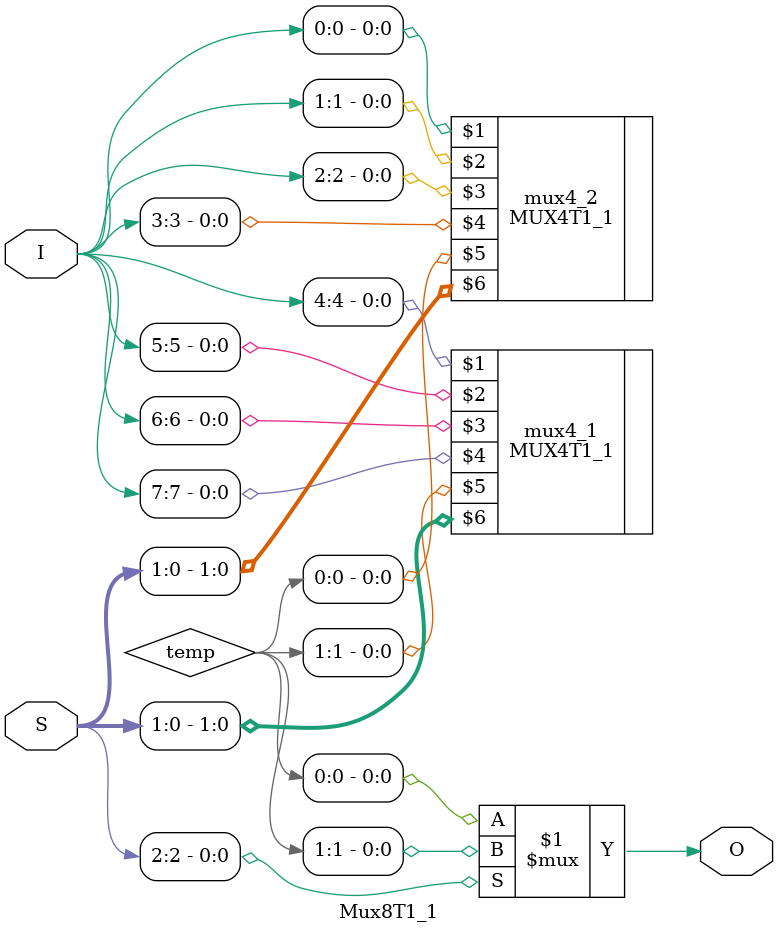
<source format=v>
module Mux8T1_1( 
   input [7:0] I,
   input [2:0] S,
   output O 
);
//your verilog code
wire [1:0] temp;//temp outputs for MUX4T1

MUX4T1_1 mux4_1(I[4],I[5],I[6],I[7],temp[1],S[1:0]);
MUX4T1_1 mux4_2( I[0],I[1],I[2],I[3],temp[0],S[1:0]);

assign O=S[2] ? temp[1] : temp[0];//use ?: as an MUX2T1, O is the output

endmodule

</source>
